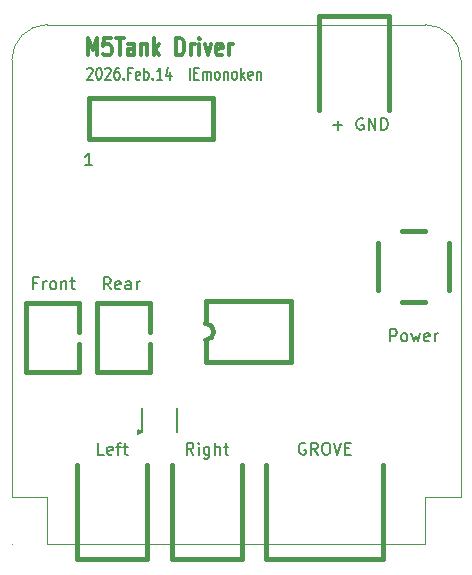
<source format=gto>
G04 (created by PCBNEW (2013-07-07 BZR 4022)-stable) date 2026/02/15 0:01:33*
%MOIN*%
G04 Gerber Fmt 3.4, Leading zero omitted, Abs format*
%FSLAX34Y34*%
G01*
G70*
G90*
G04 APERTURE LIST*
%ADD10C,0.00590551*%
%ADD11C,0.00393701*%
%ADD12C,0.00787402*%
%ADD13C,0.011811*%
%ADD14C,0.015*%
G04 APERTURE END LIST*
G54D10*
G54D11*
X0Y0D02*
G75*
G03X0Y0I0J0D01*
G74*
G01*
X0Y0D02*
X0Y0D01*
X0Y0D02*
X0Y0D01*
G54D12*
X2511Y15846D02*
X2526Y15865D01*
X2556Y15883D01*
X2631Y15883D01*
X2661Y15865D01*
X2676Y15846D01*
X2691Y15808D01*
X2691Y15771D01*
X2676Y15715D01*
X2496Y15490D01*
X2691Y15490D01*
X2886Y15883D02*
X2916Y15883D01*
X2946Y15865D01*
X2961Y15846D01*
X2976Y15808D01*
X2991Y15733D01*
X2991Y15640D01*
X2976Y15565D01*
X2961Y15527D01*
X2946Y15508D01*
X2916Y15490D01*
X2886Y15490D01*
X2856Y15508D01*
X2841Y15527D01*
X2826Y15565D01*
X2811Y15640D01*
X2811Y15733D01*
X2826Y15808D01*
X2841Y15846D01*
X2856Y15865D01*
X2886Y15883D01*
X3111Y15846D02*
X3126Y15865D01*
X3156Y15883D01*
X3231Y15883D01*
X3261Y15865D01*
X3276Y15846D01*
X3291Y15808D01*
X3291Y15771D01*
X3276Y15715D01*
X3096Y15490D01*
X3291Y15490D01*
X3561Y15883D02*
X3501Y15883D01*
X3471Y15865D01*
X3456Y15846D01*
X3426Y15790D01*
X3411Y15715D01*
X3411Y15565D01*
X3426Y15527D01*
X3441Y15508D01*
X3471Y15490D01*
X3531Y15490D01*
X3561Y15508D01*
X3576Y15527D01*
X3591Y15565D01*
X3591Y15658D01*
X3576Y15696D01*
X3561Y15715D01*
X3531Y15733D01*
X3471Y15733D01*
X3441Y15715D01*
X3426Y15696D01*
X3411Y15658D01*
X3726Y15527D02*
X3741Y15508D01*
X3726Y15490D01*
X3711Y15508D01*
X3726Y15527D01*
X3726Y15490D01*
X3981Y15696D02*
X3876Y15696D01*
X3876Y15490D02*
X3876Y15883D01*
X4026Y15883D01*
X4266Y15508D02*
X4236Y15490D01*
X4176Y15490D01*
X4146Y15508D01*
X4131Y15546D01*
X4131Y15696D01*
X4146Y15733D01*
X4176Y15752D01*
X4236Y15752D01*
X4266Y15733D01*
X4281Y15696D01*
X4281Y15658D01*
X4131Y15621D01*
X4416Y15490D02*
X4416Y15883D01*
X4416Y15733D02*
X4446Y15752D01*
X4505Y15752D01*
X4535Y15733D01*
X4550Y15715D01*
X4565Y15677D01*
X4565Y15565D01*
X4550Y15527D01*
X4535Y15508D01*
X4505Y15490D01*
X4446Y15490D01*
X4416Y15508D01*
X4700Y15527D02*
X4715Y15508D01*
X4700Y15490D01*
X4685Y15508D01*
X4700Y15527D01*
X4700Y15490D01*
X5015Y15490D02*
X4835Y15490D01*
X4925Y15490D02*
X4925Y15883D01*
X4895Y15827D01*
X4865Y15790D01*
X4835Y15771D01*
X5285Y15752D02*
X5285Y15490D01*
X5210Y15902D02*
X5135Y15621D01*
X5330Y15621D01*
X5930Y15490D02*
X5930Y15883D01*
X6080Y15696D02*
X6185Y15696D01*
X6230Y15490D02*
X6080Y15490D01*
X6080Y15883D01*
X6230Y15883D01*
X6365Y15490D02*
X6365Y15752D01*
X6365Y15715D02*
X6380Y15733D01*
X6410Y15752D01*
X6455Y15752D01*
X6485Y15733D01*
X6500Y15696D01*
X6500Y15490D01*
X6500Y15696D02*
X6515Y15733D01*
X6545Y15752D01*
X6590Y15752D01*
X6620Y15733D01*
X6635Y15696D01*
X6635Y15490D01*
X6830Y15490D02*
X6800Y15508D01*
X6785Y15527D01*
X6770Y15565D01*
X6770Y15677D01*
X6785Y15715D01*
X6800Y15733D01*
X6830Y15752D01*
X6875Y15752D01*
X6905Y15733D01*
X6920Y15715D01*
X6935Y15677D01*
X6935Y15565D01*
X6920Y15527D01*
X6905Y15508D01*
X6875Y15490D01*
X6830Y15490D01*
X7070Y15752D02*
X7070Y15490D01*
X7070Y15715D02*
X7085Y15733D01*
X7115Y15752D01*
X7160Y15752D01*
X7190Y15733D01*
X7205Y15696D01*
X7205Y15490D01*
X7400Y15490D02*
X7370Y15508D01*
X7355Y15527D01*
X7340Y15565D01*
X7340Y15677D01*
X7355Y15715D01*
X7370Y15733D01*
X7400Y15752D01*
X7445Y15752D01*
X7475Y15733D01*
X7490Y15715D01*
X7505Y15677D01*
X7505Y15565D01*
X7490Y15527D01*
X7475Y15508D01*
X7445Y15490D01*
X7400Y15490D01*
X7640Y15490D02*
X7640Y15883D01*
X7670Y15640D02*
X7760Y15490D01*
X7760Y15752D02*
X7640Y15602D01*
X8015Y15508D02*
X7985Y15490D01*
X7925Y15490D01*
X7895Y15508D01*
X7880Y15546D01*
X7880Y15696D01*
X7895Y15733D01*
X7925Y15752D01*
X7985Y15752D01*
X8015Y15733D01*
X8030Y15696D01*
X8030Y15658D01*
X7880Y15621D01*
X8165Y15752D02*
X8165Y15490D01*
X8165Y15715D02*
X8180Y15733D01*
X8210Y15752D01*
X8255Y15752D01*
X8285Y15733D01*
X8300Y15696D01*
X8300Y15490D01*
G54D13*
X2536Y16296D02*
X2536Y16886D01*
X2694Y16465D01*
X2851Y16886D01*
X2851Y16296D01*
X3301Y16886D02*
X3076Y16886D01*
X3053Y16605D01*
X3076Y16633D01*
X3121Y16661D01*
X3233Y16661D01*
X3278Y16633D01*
X3301Y16605D01*
X3323Y16549D01*
X3323Y16408D01*
X3301Y16352D01*
X3278Y16324D01*
X3233Y16296D01*
X3121Y16296D01*
X3076Y16324D01*
X3053Y16352D01*
X3458Y16886D02*
X3728Y16886D01*
X3593Y16296D02*
X3593Y16886D01*
X4088Y16296D02*
X4088Y16605D01*
X4066Y16661D01*
X4021Y16690D01*
X3931Y16690D01*
X3886Y16661D01*
X4088Y16324D02*
X4043Y16296D01*
X3931Y16296D01*
X3886Y16324D01*
X3863Y16380D01*
X3863Y16437D01*
X3886Y16493D01*
X3931Y16521D01*
X4043Y16521D01*
X4088Y16549D01*
X4313Y16690D02*
X4313Y16296D01*
X4313Y16633D02*
X4336Y16661D01*
X4381Y16690D01*
X4448Y16690D01*
X4493Y16661D01*
X4516Y16605D01*
X4516Y16296D01*
X4741Y16296D02*
X4741Y16886D01*
X4786Y16521D02*
X4921Y16296D01*
X4921Y16690D02*
X4741Y16465D01*
X5483Y16296D02*
X5483Y16886D01*
X5596Y16886D01*
X5663Y16858D01*
X5708Y16802D01*
X5731Y16746D01*
X5753Y16633D01*
X5753Y16549D01*
X5731Y16437D01*
X5708Y16380D01*
X5663Y16324D01*
X5596Y16296D01*
X5483Y16296D01*
X5956Y16296D02*
X5956Y16690D01*
X5956Y16577D02*
X5978Y16633D01*
X6001Y16661D01*
X6046Y16690D01*
X6091Y16690D01*
X6248Y16296D02*
X6248Y16690D01*
X6248Y16886D02*
X6226Y16858D01*
X6248Y16830D01*
X6271Y16858D01*
X6248Y16886D01*
X6248Y16830D01*
X6428Y16690D02*
X6541Y16296D01*
X6653Y16690D01*
X7013Y16324D02*
X6968Y16296D01*
X6878Y16296D01*
X6833Y16324D01*
X6811Y16380D01*
X6811Y16605D01*
X6833Y16661D01*
X6878Y16690D01*
X6968Y16690D01*
X7013Y16661D01*
X7035Y16605D01*
X7035Y16549D01*
X6811Y16493D01*
X7238Y16296D02*
X7238Y16690D01*
X7238Y16577D02*
X7260Y16633D01*
X7283Y16661D01*
X7328Y16690D01*
X7373Y16690D01*
G54D12*
X10714Y13967D02*
X11014Y13967D01*
X10864Y13817D02*
X10864Y14116D01*
X11707Y14191D02*
X11670Y14210D01*
X11614Y14210D01*
X11557Y14191D01*
X11520Y14154D01*
X11501Y14116D01*
X11482Y14041D01*
X11482Y13985D01*
X11501Y13910D01*
X11520Y13873D01*
X11557Y13835D01*
X11614Y13817D01*
X11651Y13817D01*
X11707Y13835D01*
X11726Y13854D01*
X11726Y13985D01*
X11651Y13985D01*
X11895Y13817D02*
X11895Y14210D01*
X12120Y13817D01*
X12120Y14210D01*
X12307Y13817D02*
X12307Y14210D01*
X12401Y14210D01*
X12457Y14191D01*
X12495Y14154D01*
X12514Y14116D01*
X12532Y14041D01*
X12532Y13985D01*
X12514Y13910D01*
X12495Y13873D01*
X12457Y13835D01*
X12401Y13817D01*
X12307Y13817D01*
X2671Y12635D02*
X2446Y12635D01*
X2559Y12635D02*
X2559Y13029D01*
X2521Y12973D01*
X2484Y12935D01*
X2446Y12917D01*
X9786Y3365D02*
X9748Y3383D01*
X9692Y3383D01*
X9636Y3365D01*
X9598Y3327D01*
X9580Y3290D01*
X9561Y3215D01*
X9561Y3158D01*
X9580Y3083D01*
X9598Y3046D01*
X9636Y3008D01*
X9692Y2990D01*
X9730Y2990D01*
X9786Y3008D01*
X9805Y3027D01*
X9805Y3158D01*
X9730Y3158D01*
X10198Y2990D02*
X10067Y3177D01*
X9973Y2990D02*
X9973Y3383D01*
X10123Y3383D01*
X10161Y3365D01*
X10179Y3346D01*
X10198Y3308D01*
X10198Y3252D01*
X10179Y3215D01*
X10161Y3196D01*
X10123Y3177D01*
X9973Y3177D01*
X10442Y3383D02*
X10517Y3383D01*
X10554Y3365D01*
X10592Y3327D01*
X10611Y3252D01*
X10611Y3121D01*
X10592Y3046D01*
X10554Y3008D01*
X10517Y2990D01*
X10442Y2990D01*
X10404Y3008D01*
X10367Y3046D01*
X10348Y3121D01*
X10348Y3252D01*
X10367Y3327D01*
X10404Y3365D01*
X10442Y3383D01*
X10723Y3383D02*
X10854Y2990D01*
X10986Y3383D01*
X11117Y3196D02*
X11248Y3196D01*
X11304Y2990D02*
X11117Y2990D01*
X11117Y3383D01*
X11304Y3383D01*
X6055Y2990D02*
X5924Y3177D01*
X5830Y2990D02*
X5830Y3383D01*
X5980Y3383D01*
X6017Y3365D01*
X6036Y3346D01*
X6055Y3308D01*
X6055Y3252D01*
X6036Y3215D01*
X6017Y3196D01*
X5980Y3177D01*
X5830Y3177D01*
X6224Y2990D02*
X6224Y3252D01*
X6224Y3383D02*
X6205Y3365D01*
X6224Y3346D01*
X6242Y3365D01*
X6224Y3383D01*
X6224Y3346D01*
X6580Y3252D02*
X6580Y2934D01*
X6561Y2896D01*
X6542Y2877D01*
X6505Y2859D01*
X6449Y2859D01*
X6411Y2877D01*
X6580Y3008D02*
X6542Y2990D01*
X6467Y2990D01*
X6430Y3008D01*
X6411Y3027D01*
X6392Y3065D01*
X6392Y3177D01*
X6411Y3215D01*
X6430Y3233D01*
X6467Y3252D01*
X6542Y3252D01*
X6580Y3233D01*
X6767Y2990D02*
X6767Y3383D01*
X6936Y2990D02*
X6936Y3196D01*
X6917Y3233D01*
X6880Y3252D01*
X6824Y3252D01*
X6786Y3233D01*
X6767Y3215D01*
X7067Y3252D02*
X7217Y3252D01*
X7124Y3383D02*
X7124Y3046D01*
X7142Y3008D01*
X7180Y2990D01*
X7217Y2990D01*
X3074Y2990D02*
X2887Y2990D01*
X2887Y3383D01*
X3355Y3008D02*
X3318Y2990D01*
X3243Y2990D01*
X3205Y3008D01*
X3187Y3046D01*
X3187Y3196D01*
X3205Y3233D01*
X3243Y3252D01*
X3318Y3252D01*
X3355Y3233D01*
X3374Y3196D01*
X3374Y3158D01*
X3187Y3121D01*
X3487Y3252D02*
X3637Y3252D01*
X3543Y2990D02*
X3543Y3327D01*
X3562Y3365D01*
X3599Y3383D01*
X3637Y3383D01*
X3712Y3252D02*
X3862Y3252D01*
X3768Y3383D02*
X3768Y3046D01*
X3787Y3008D01*
X3824Y2990D01*
X3862Y2990D01*
X12607Y6769D02*
X12607Y7163D01*
X12757Y7163D01*
X12795Y7144D01*
X12814Y7125D01*
X12832Y7088D01*
X12832Y7032D01*
X12814Y6994D01*
X12795Y6976D01*
X12757Y6957D01*
X12607Y6957D01*
X13057Y6769D02*
X13020Y6788D01*
X13001Y6807D01*
X12982Y6844D01*
X12982Y6957D01*
X13001Y6994D01*
X13020Y7013D01*
X13057Y7032D01*
X13113Y7032D01*
X13151Y7013D01*
X13170Y6994D01*
X13188Y6957D01*
X13188Y6844D01*
X13170Y6807D01*
X13151Y6788D01*
X13113Y6769D01*
X13057Y6769D01*
X13320Y7032D02*
X13395Y6769D01*
X13470Y6957D01*
X13545Y6769D01*
X13620Y7032D01*
X13920Y6788D02*
X13882Y6769D01*
X13807Y6769D01*
X13770Y6788D01*
X13751Y6826D01*
X13751Y6976D01*
X13770Y7013D01*
X13807Y7032D01*
X13882Y7032D01*
X13920Y7013D01*
X13938Y6976D01*
X13938Y6938D01*
X13751Y6901D01*
X14107Y6769D02*
X14107Y7032D01*
X14107Y6957D02*
X14126Y6994D01*
X14145Y7013D01*
X14182Y7032D01*
X14220Y7032D01*
X843Y8708D02*
X712Y8708D01*
X712Y8502D02*
X712Y8895D01*
X899Y8895D01*
X1049Y8502D02*
X1049Y8764D01*
X1049Y8689D02*
X1068Y8727D01*
X1087Y8745D01*
X1124Y8764D01*
X1162Y8764D01*
X1349Y8502D02*
X1312Y8520D01*
X1293Y8539D01*
X1274Y8577D01*
X1274Y8689D01*
X1293Y8727D01*
X1312Y8745D01*
X1349Y8764D01*
X1406Y8764D01*
X1443Y8745D01*
X1462Y8727D01*
X1481Y8689D01*
X1481Y8577D01*
X1462Y8539D01*
X1443Y8520D01*
X1406Y8502D01*
X1349Y8502D01*
X1649Y8764D02*
X1649Y8502D01*
X1649Y8727D02*
X1668Y8745D01*
X1706Y8764D01*
X1762Y8764D01*
X1799Y8745D01*
X1818Y8708D01*
X1818Y8502D01*
X1949Y8764D02*
X2099Y8764D01*
X2005Y8895D02*
X2005Y8558D01*
X2024Y8520D01*
X2062Y8502D01*
X2099Y8502D01*
X3294Y8502D02*
X3163Y8689D01*
X3069Y8502D02*
X3069Y8895D01*
X3219Y8895D01*
X3257Y8877D01*
X3276Y8858D01*
X3294Y8820D01*
X3294Y8764D01*
X3276Y8727D01*
X3257Y8708D01*
X3219Y8689D01*
X3069Y8689D01*
X3613Y8520D02*
X3576Y8502D01*
X3501Y8502D01*
X3463Y8520D01*
X3444Y8558D01*
X3444Y8708D01*
X3463Y8745D01*
X3501Y8764D01*
X3576Y8764D01*
X3613Y8745D01*
X3632Y8708D01*
X3632Y8670D01*
X3444Y8633D01*
X3969Y8502D02*
X3969Y8708D01*
X3951Y8745D01*
X3913Y8764D01*
X3838Y8764D01*
X3801Y8745D01*
X3969Y8520D02*
X3932Y8502D01*
X3838Y8502D01*
X3801Y8520D01*
X3782Y8558D01*
X3782Y8595D01*
X3801Y8633D01*
X3838Y8652D01*
X3932Y8652D01*
X3969Y8670D01*
X4157Y8502D02*
X4157Y8764D01*
X4157Y8689D02*
X4176Y8727D01*
X4194Y8745D01*
X4232Y8764D01*
X4269Y8764D01*
G54D11*
X0Y0D02*
G75*
G03X0Y0I0J0D01*
G74*
G01*
X0Y0D02*
X0Y0D01*
X0Y0D02*
X0Y0D01*
X0Y0D02*
G75*
G03X0Y0I0J0D01*
G74*
G01*
X0Y0D02*
X0Y0D01*
X0Y0D02*
X0Y0D01*
X14960Y16141D02*
G75*
G03X13779Y17322I-1181J0D01*
G74*
G01*
X1181Y17322D02*
G75*
G03X0Y16141I0J-1181D01*
G74*
G01*
X1181Y17322D02*
X13779Y17322D01*
X14960Y1574D02*
X14960Y16141D01*
X13779Y1574D02*
X14960Y1574D01*
X13779Y0D02*
X13779Y1574D01*
X1181Y0D02*
X13779Y0D01*
X1181Y1574D02*
X1181Y0D01*
X0Y1574D02*
X1181Y1574D01*
X0Y16141D02*
X0Y1574D01*
G54D14*
X13779Y8070D02*
X12991Y8070D01*
X13779Y10432D02*
X12991Y10432D01*
X12204Y10038D02*
X12204Y8464D01*
X14566Y10038D02*
X14566Y8464D01*
X8484Y2637D02*
X8484Y-492D01*
X8483Y-492D02*
X12381Y-492D01*
X12381Y-492D02*
X12381Y2637D01*
X12578Y14488D02*
X12578Y17618D01*
X12579Y17618D02*
X10256Y17618D01*
X10255Y17618D02*
X10255Y14488D01*
X2185Y2637D02*
X2185Y-492D01*
X2184Y-492D02*
X4507Y-492D01*
X4507Y-492D02*
X4507Y2637D01*
X5334Y2637D02*
X5334Y-492D01*
X5334Y-492D02*
X7657Y-492D01*
X7657Y-492D02*
X7657Y2637D01*
X2558Y13504D02*
X6692Y13504D01*
X2558Y14882D02*
X6692Y14882D01*
X6692Y13504D02*
X6692Y14882D01*
X2558Y14882D02*
X2558Y13504D01*
X2243Y7086D02*
X2243Y8051D01*
X2243Y8051D02*
X472Y8051D01*
X472Y8051D02*
X472Y5728D01*
X472Y5728D02*
X2243Y5728D01*
X2243Y5728D02*
X2243Y6692D01*
X4606Y7086D02*
X4606Y8051D01*
X4606Y8051D02*
X2835Y8051D01*
X2835Y8051D02*
X2835Y5728D01*
X2835Y5728D02*
X4606Y5728D01*
X4606Y5728D02*
X4606Y6692D01*
G54D10*
X4330Y3740D02*
X4212Y3818D01*
X4212Y3818D02*
X4212Y3661D01*
X4212Y3661D02*
X4330Y3740D01*
X5511Y4527D02*
X5511Y3740D01*
X4330Y4527D02*
X4330Y3740D01*
G54D14*
X6457Y6062D02*
X9291Y6062D01*
X9291Y6062D02*
X9291Y8110D01*
X9291Y8110D02*
X6457Y8110D01*
X6456Y6770D02*
X6456Y6062D01*
X6457Y8110D02*
X6457Y7402D01*
X6456Y6809D02*
G75*
G03X6732Y7085I0J276D01*
G74*
G01*
X6732Y7086D02*
G75*
G03X6456Y7362I-276J0D01*
G74*
G01*
M02*

</source>
